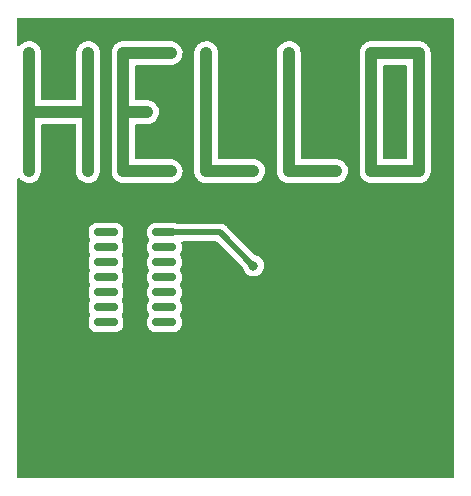
<source format=gbr>
%TF.GenerationSoftware,KiCad,Pcbnew,7.0.5+dfsg-2*%
%TF.CreationDate,2023-06-29T11:13:59+01:00*%
%TF.ProjectId,test_gerbers,74657374-5f67-4657-9262-6572732e6b69,rev?*%
%TF.SameCoordinates,Original*%
%TF.FileFunction,Copper,L1,Top*%
%TF.FilePolarity,Positive*%
%FSLAX46Y46*%
G04 Gerber Fmt 4.6, Leading zero omitted, Abs format (unit mm)*
G04 Created by KiCad (PCBNEW 7.0.5+dfsg-2) date 2023-06-29 11:13:59*
%MOMM*%
%LPD*%
G01*
G04 APERTURE LIST*
G04 Aperture macros list*
%AMRoundRect*
0 Rectangle with rounded corners*
0 $1 Rounding radius*
0 $2 $3 $4 $5 $6 $7 $8 $9 X,Y pos of 4 corners*
0 Add a 4 corners polygon primitive as box body*
4,1,4,$2,$3,$4,$5,$6,$7,$8,$9,$2,$3,0*
0 Add four circle primitives for the rounded corners*
1,1,$1+$1,$2,$3*
1,1,$1+$1,$4,$5*
1,1,$1+$1,$6,$7*
1,1,$1+$1,$8,$9*
0 Add four rect primitives between the rounded corners*
20,1,$1+$1,$2,$3,$4,$5,0*
20,1,$1+$1,$4,$5,$6,$7,0*
20,1,$1+$1,$6,$7,$8,$9,0*
20,1,$1+$1,$8,$9,$2,$3,0*%
G04 Aperture macros list end*
%TA.AperFunction,SMDPad,CuDef*%
%ADD10RoundRect,0.150000X-0.825000X-0.150000X0.825000X-0.150000X0.825000X0.150000X-0.825000X0.150000X0*%
%TD*%
%TA.AperFunction,ViaPad*%
%ADD11C,0.800000*%
%TD*%
%TA.AperFunction,Conductor*%
%ADD12C,0.500000*%
%TD*%
%TA.AperFunction,Conductor*%
%ADD13C,1.000000*%
%TD*%
G04 APERTURE END LIST*
D10*
%TO.P,U1,1*%
%TO.N,N/C*%
X111525000Y-70190000D03*
%TO.P,U1,2*%
X111525000Y-71460000D03*
%TO.P,U1,3*%
X111525000Y-72730000D03*
%TO.P,U1,4*%
X111525000Y-74000000D03*
%TO.P,U1,5*%
X111525000Y-75270000D03*
%TO.P,U1,6*%
X111525000Y-76540000D03*
%TO.P,U1,7*%
X111525000Y-77810000D03*
%TO.P,U1,8*%
X116475000Y-77810000D03*
%TO.P,U1,9*%
X116475000Y-76540000D03*
%TO.P,U1,10*%
X116475000Y-75270000D03*
%TO.P,U1,11*%
X116475000Y-74000000D03*
%TO.P,U1,12*%
X116475000Y-72730000D03*
%TO.P,U1,13*%
X116475000Y-71460000D03*
%TO.P,U1,14*%
X116475000Y-70190000D03*
%TD*%
D11*
%TO.N,*%
X124000000Y-73000000D03*
%TD*%
D12*
%TO.N,*%
X121190000Y-70190000D02*
X124000000Y-73000000D01*
X116475000Y-70190000D02*
X121190000Y-70190000D01*
D13*
X138000000Y-55000000D02*
X134000000Y-55000000D01*
X138000000Y-65000000D02*
X138000000Y-60000000D01*
X138000000Y-60000000D02*
X138000000Y-55000000D01*
X134000000Y-65000000D02*
X138000000Y-65000000D01*
X134000000Y-55000000D02*
X134000000Y-60000000D01*
X134000000Y-60000000D02*
X134000000Y-65000000D01*
X127000000Y-65000000D02*
X131000000Y-65000000D01*
X127000000Y-55000000D02*
X127000000Y-60000000D01*
X127000000Y-60000000D02*
X127000000Y-65000000D01*
X120000000Y-65000000D02*
X124000000Y-65000000D01*
X120000000Y-55000000D02*
X120000000Y-60000000D01*
X120000000Y-60000000D02*
X120000000Y-65000000D01*
X113000000Y-60000000D02*
X115000000Y-60000000D01*
X113000000Y-55000000D02*
X113000000Y-60000000D01*
X113000000Y-60000000D02*
X113000000Y-65000000D01*
X113000000Y-55000000D02*
X117000000Y-55000000D01*
X113000000Y-65000000D02*
X117000000Y-65000000D01*
X110000000Y-55000000D02*
X110000000Y-65000000D01*
X105000000Y-65000000D02*
X105000000Y-60000000D01*
X105000000Y-60000000D02*
X105000000Y-55000000D01*
X110000000Y-60000000D02*
X105000000Y-60000000D01*
%TD*%
%TA.AperFunction,NonConductor*%
G36*
X140943039Y-52019685D02*
G01*
X140988794Y-52072489D01*
X141000000Y-52124000D01*
X141000000Y-90876000D01*
X140980315Y-90943039D01*
X140927511Y-90988794D01*
X140876000Y-91000000D01*
X104124000Y-91000000D01*
X104056961Y-90980315D01*
X104011206Y-90927511D01*
X104000000Y-90876000D01*
X104000000Y-78025701D01*
X110049500Y-78025701D01*
X110052401Y-78062567D01*
X110052402Y-78062573D01*
X110098254Y-78220393D01*
X110098255Y-78220396D01*
X110181917Y-78361862D01*
X110181923Y-78361870D01*
X110298129Y-78478076D01*
X110298133Y-78478079D01*
X110298135Y-78478081D01*
X110439602Y-78561744D01*
X110481224Y-78573836D01*
X110597426Y-78607597D01*
X110597429Y-78607597D01*
X110597431Y-78607598D01*
X110634306Y-78610500D01*
X110634314Y-78610500D01*
X112415686Y-78610500D01*
X112415694Y-78610500D01*
X112452569Y-78607598D01*
X112452571Y-78607597D01*
X112452573Y-78607597D01*
X112494191Y-78595505D01*
X112610398Y-78561744D01*
X112751865Y-78478081D01*
X112868081Y-78361865D01*
X112951744Y-78220398D01*
X112997598Y-78062569D01*
X113000499Y-78025701D01*
X114999500Y-78025701D01*
X115002401Y-78062567D01*
X115002402Y-78062573D01*
X115048254Y-78220393D01*
X115048255Y-78220396D01*
X115131917Y-78361862D01*
X115131923Y-78361870D01*
X115248129Y-78478076D01*
X115248133Y-78478079D01*
X115248135Y-78478081D01*
X115389602Y-78561744D01*
X115431224Y-78573836D01*
X115547426Y-78607597D01*
X115547429Y-78607597D01*
X115547431Y-78607598D01*
X115584306Y-78610500D01*
X115584314Y-78610500D01*
X117365686Y-78610500D01*
X117365694Y-78610500D01*
X117402569Y-78607598D01*
X117402571Y-78607597D01*
X117402573Y-78607597D01*
X117444191Y-78595505D01*
X117560398Y-78561744D01*
X117701865Y-78478081D01*
X117818081Y-78361865D01*
X117901744Y-78220398D01*
X117947598Y-78062569D01*
X117950500Y-78025694D01*
X117950500Y-77594306D01*
X117947598Y-77557431D01*
X117901744Y-77399602D01*
X117861382Y-77331353D01*
X117818084Y-77258139D01*
X117813301Y-77251974D01*
X117815745Y-77250077D01*
X117789142Y-77201358D01*
X117794126Y-77131666D01*
X117814932Y-77099291D01*
X117813301Y-77098026D01*
X117818077Y-77091868D01*
X117818081Y-77091865D01*
X117901744Y-76950398D01*
X117947598Y-76792569D01*
X117950500Y-76755694D01*
X117950500Y-76324306D01*
X117947598Y-76287431D01*
X117901744Y-76129602D01*
X117861382Y-76061353D01*
X117818084Y-75988139D01*
X117813301Y-75981974D01*
X117815745Y-75980077D01*
X117789142Y-75931358D01*
X117794126Y-75861666D01*
X117814932Y-75829291D01*
X117813301Y-75828026D01*
X117818077Y-75821868D01*
X117818081Y-75821865D01*
X117901744Y-75680398D01*
X117947598Y-75522569D01*
X117950500Y-75485694D01*
X117950500Y-75054306D01*
X117947598Y-75017431D01*
X117901744Y-74859602D01*
X117861382Y-74791353D01*
X117818084Y-74718139D01*
X117813301Y-74711974D01*
X117815745Y-74710077D01*
X117789142Y-74661358D01*
X117794126Y-74591666D01*
X117814932Y-74559291D01*
X117813301Y-74558026D01*
X117818077Y-74551868D01*
X117818081Y-74551865D01*
X117901744Y-74410398D01*
X117947598Y-74252569D01*
X117950500Y-74215694D01*
X117950500Y-73784306D01*
X117947598Y-73747431D01*
X117901744Y-73589602D01*
X117861382Y-73521353D01*
X117818084Y-73448139D01*
X117813301Y-73441974D01*
X117815745Y-73440077D01*
X117789142Y-73391358D01*
X117794126Y-73321666D01*
X117814932Y-73289291D01*
X117813301Y-73288026D01*
X117818077Y-73281868D01*
X117818081Y-73281865D01*
X117901744Y-73140398D01*
X117947598Y-72982569D01*
X117950500Y-72945694D01*
X117950500Y-72514306D01*
X117947598Y-72477431D01*
X117944795Y-72467784D01*
X117903926Y-72327112D01*
X117901744Y-72319602D01*
X117840385Y-72215849D01*
X117818084Y-72178139D01*
X117813301Y-72171974D01*
X117815745Y-72170077D01*
X117789142Y-72121358D01*
X117794126Y-72051666D01*
X117814932Y-72019291D01*
X117813301Y-72018026D01*
X117818077Y-72011868D01*
X117818081Y-72011865D01*
X117901744Y-71870398D01*
X117947598Y-71712569D01*
X117950500Y-71675694D01*
X117950500Y-71244306D01*
X117947598Y-71207431D01*
X117947597Y-71207426D01*
X117916124Y-71099095D01*
X117916323Y-71029225D01*
X117954265Y-70970555D01*
X118017904Y-70941712D01*
X118035200Y-70940500D01*
X120827770Y-70940500D01*
X120894809Y-70960185D01*
X120915451Y-70976819D01*
X123087228Y-73148595D01*
X123117478Y-73197958D01*
X123172818Y-73368277D01*
X123172821Y-73368284D01*
X123267467Y-73532216D01*
X123394128Y-73672887D01*
X123394129Y-73672888D01*
X123547265Y-73784148D01*
X123547270Y-73784151D01*
X123720192Y-73861142D01*
X123720197Y-73861144D01*
X123905354Y-73900500D01*
X123905355Y-73900500D01*
X124094644Y-73900500D01*
X124094646Y-73900500D01*
X124279803Y-73861144D01*
X124452730Y-73784151D01*
X124605871Y-73672888D01*
X124732533Y-73532216D01*
X124827179Y-73368284D01*
X124885674Y-73188256D01*
X124905460Y-73000000D01*
X124885674Y-72811744D01*
X124827179Y-72631716D01*
X124732533Y-72467784D01*
X124605871Y-72327112D01*
X124595536Y-72319603D01*
X124452734Y-72215851D01*
X124452729Y-72215848D01*
X124279807Y-72138857D01*
X124279803Y-72138856D01*
X124214669Y-72125011D01*
X124153188Y-72091818D01*
X124152770Y-72091402D01*
X121765729Y-69704361D01*
X121753949Y-69690730D01*
X121746482Y-69680701D01*
X121739612Y-69671472D01*
X121699885Y-69638137D01*
X121699587Y-69637886D01*
X121695612Y-69634244D01*
X121692690Y-69631322D01*
X121689779Y-69628410D01*
X121664736Y-69608609D01*
X121663338Y-69607470D01*
X121605214Y-69558698D01*
X121599180Y-69554729D01*
X121599212Y-69554680D01*
X121592853Y-69550628D01*
X121592822Y-69550679D01*
X121586680Y-69546891D01*
X121586678Y-69546890D01*
X121586677Y-69546889D01*
X121517872Y-69514804D01*
X121516252Y-69514019D01*
X121476512Y-69494061D01*
X121448433Y-69479960D01*
X121448431Y-69479959D01*
X121448430Y-69479959D01*
X121441645Y-69477489D01*
X121441665Y-69477433D01*
X121434549Y-69474959D01*
X121434531Y-69475015D01*
X121427674Y-69472743D01*
X121353328Y-69457391D01*
X121351569Y-69457001D01*
X121277718Y-69439499D01*
X121270547Y-69438661D01*
X121270553Y-69438601D01*
X121263055Y-69437835D01*
X121263050Y-69437895D01*
X121255860Y-69437265D01*
X121179968Y-69439474D01*
X121178165Y-69439500D01*
X117582328Y-69439500D01*
X117547733Y-69434576D01*
X117402573Y-69392402D01*
X117402567Y-69392401D01*
X117365701Y-69389500D01*
X117365694Y-69389500D01*
X115584306Y-69389500D01*
X115584298Y-69389500D01*
X115547432Y-69392401D01*
X115547426Y-69392402D01*
X115389606Y-69438254D01*
X115389603Y-69438255D01*
X115248137Y-69521917D01*
X115248129Y-69521923D01*
X115131923Y-69638129D01*
X115131917Y-69638137D01*
X115048255Y-69779603D01*
X115048254Y-69779606D01*
X115002402Y-69937426D01*
X115002401Y-69937432D01*
X114999500Y-69974298D01*
X114999500Y-70405701D01*
X115002401Y-70442567D01*
X115002402Y-70442573D01*
X115048254Y-70600393D01*
X115048255Y-70600396D01*
X115131917Y-70741862D01*
X115136702Y-70748031D01*
X115134256Y-70749927D01*
X115160857Y-70798642D01*
X115155873Y-70868334D01*
X115135069Y-70900703D01*
X115136702Y-70901969D01*
X115131917Y-70908137D01*
X115048255Y-71049603D01*
X115048254Y-71049606D01*
X115002402Y-71207426D01*
X115002401Y-71207432D01*
X114999500Y-71244298D01*
X114999500Y-71675701D01*
X115002401Y-71712567D01*
X115002402Y-71712573D01*
X115048254Y-71870393D01*
X115048255Y-71870396D01*
X115131917Y-72011862D01*
X115136702Y-72018031D01*
X115134256Y-72019927D01*
X115160857Y-72068642D01*
X115155873Y-72138334D01*
X115135069Y-72170703D01*
X115136702Y-72171969D01*
X115131917Y-72178137D01*
X115048255Y-72319603D01*
X115048254Y-72319606D01*
X115002402Y-72477426D01*
X115002401Y-72477432D01*
X114999500Y-72514298D01*
X114999500Y-72945701D01*
X115002401Y-72982567D01*
X115002402Y-72982573D01*
X115048254Y-73140393D01*
X115048255Y-73140396D01*
X115048256Y-73140398D01*
X115076559Y-73188256D01*
X115131917Y-73281862D01*
X115136702Y-73288031D01*
X115134256Y-73289927D01*
X115160857Y-73338642D01*
X115155873Y-73408334D01*
X115135069Y-73440703D01*
X115136702Y-73441969D01*
X115131917Y-73448137D01*
X115048255Y-73589603D01*
X115048254Y-73589606D01*
X115002402Y-73747426D01*
X115002401Y-73747432D01*
X114999500Y-73784298D01*
X114999500Y-74215701D01*
X115002401Y-74252567D01*
X115002402Y-74252573D01*
X115048254Y-74410393D01*
X115048255Y-74410396D01*
X115131917Y-74551862D01*
X115136702Y-74558031D01*
X115134256Y-74559927D01*
X115160857Y-74608642D01*
X115155873Y-74678334D01*
X115135069Y-74710703D01*
X115136702Y-74711969D01*
X115131917Y-74718137D01*
X115048255Y-74859603D01*
X115048254Y-74859606D01*
X115002402Y-75017426D01*
X115002401Y-75017432D01*
X114999500Y-75054298D01*
X114999500Y-75485701D01*
X115002401Y-75522567D01*
X115002402Y-75522573D01*
X115048254Y-75680393D01*
X115048255Y-75680396D01*
X115131917Y-75821862D01*
X115136702Y-75828031D01*
X115134256Y-75829927D01*
X115160857Y-75878642D01*
X115155873Y-75948334D01*
X115135069Y-75980703D01*
X115136702Y-75981969D01*
X115131917Y-75988137D01*
X115048255Y-76129603D01*
X115048254Y-76129606D01*
X115002402Y-76287426D01*
X115002401Y-76287432D01*
X114999500Y-76324298D01*
X114999500Y-76755701D01*
X115002401Y-76792567D01*
X115002402Y-76792573D01*
X115048254Y-76950393D01*
X115048255Y-76950396D01*
X115131917Y-77091862D01*
X115136702Y-77098031D01*
X115134256Y-77099927D01*
X115160857Y-77148642D01*
X115155873Y-77218334D01*
X115135069Y-77250703D01*
X115136702Y-77251969D01*
X115131917Y-77258137D01*
X115048255Y-77399603D01*
X115048254Y-77399606D01*
X115002402Y-77557426D01*
X115002401Y-77557432D01*
X114999500Y-77594298D01*
X114999500Y-78025701D01*
X113000499Y-78025701D01*
X113000500Y-78025694D01*
X113000500Y-77594306D01*
X112997598Y-77557431D01*
X112951744Y-77399602D01*
X112911382Y-77331353D01*
X112868084Y-77258139D01*
X112863301Y-77251974D01*
X112865745Y-77250077D01*
X112839142Y-77201358D01*
X112844126Y-77131666D01*
X112864932Y-77099291D01*
X112863301Y-77098026D01*
X112868077Y-77091868D01*
X112868081Y-77091865D01*
X112951744Y-76950398D01*
X112997598Y-76792569D01*
X113000500Y-76755694D01*
X113000500Y-76324306D01*
X112997598Y-76287431D01*
X112951744Y-76129602D01*
X112911382Y-76061353D01*
X112868084Y-75988139D01*
X112863301Y-75981974D01*
X112865745Y-75980077D01*
X112839142Y-75931358D01*
X112844126Y-75861666D01*
X112864932Y-75829291D01*
X112863301Y-75828026D01*
X112868077Y-75821868D01*
X112868081Y-75821865D01*
X112951744Y-75680398D01*
X112997598Y-75522569D01*
X113000500Y-75485694D01*
X113000500Y-75054306D01*
X112997598Y-75017431D01*
X112951744Y-74859602D01*
X112911382Y-74791353D01*
X112868084Y-74718139D01*
X112863301Y-74711974D01*
X112865745Y-74710077D01*
X112839142Y-74661358D01*
X112844126Y-74591666D01*
X112864932Y-74559291D01*
X112863301Y-74558026D01*
X112868077Y-74551868D01*
X112868081Y-74551865D01*
X112951744Y-74410398D01*
X112997598Y-74252569D01*
X113000500Y-74215694D01*
X113000500Y-73784306D01*
X112997598Y-73747431D01*
X112951744Y-73589602D01*
X112911382Y-73521353D01*
X112868084Y-73448139D01*
X112863301Y-73441974D01*
X112865745Y-73440077D01*
X112839142Y-73391358D01*
X112844126Y-73321666D01*
X112864932Y-73289291D01*
X112863301Y-73288026D01*
X112868077Y-73281868D01*
X112868081Y-73281865D01*
X112951744Y-73140398D01*
X112997598Y-72982569D01*
X113000500Y-72945694D01*
X113000500Y-72514306D01*
X112997598Y-72477431D01*
X112994795Y-72467784D01*
X112953926Y-72327112D01*
X112951744Y-72319602D01*
X112890385Y-72215849D01*
X112868084Y-72178139D01*
X112863301Y-72171974D01*
X112865745Y-72170077D01*
X112839142Y-72121358D01*
X112844126Y-72051666D01*
X112864932Y-72019291D01*
X112863301Y-72018026D01*
X112868077Y-72011868D01*
X112868081Y-72011865D01*
X112951744Y-71870398D01*
X112997598Y-71712569D01*
X113000500Y-71675694D01*
X113000500Y-71244306D01*
X112997598Y-71207431D01*
X112951744Y-71049602D01*
X112898863Y-70960185D01*
X112868084Y-70908139D01*
X112863301Y-70901974D01*
X112865745Y-70900077D01*
X112839142Y-70851358D01*
X112844126Y-70781666D01*
X112864932Y-70749291D01*
X112863301Y-70748026D01*
X112868077Y-70741868D01*
X112868081Y-70741865D01*
X112951744Y-70600398D01*
X112997598Y-70442569D01*
X113000500Y-70405694D01*
X113000500Y-69974306D01*
X112997598Y-69937431D01*
X112951744Y-69779602D01*
X112868081Y-69638135D01*
X112868079Y-69638133D01*
X112868076Y-69638129D01*
X112751870Y-69521923D01*
X112751862Y-69521917D01*
X112642754Y-69457391D01*
X112610398Y-69438256D01*
X112610397Y-69438255D01*
X112610396Y-69438255D01*
X112610393Y-69438254D01*
X112452573Y-69392402D01*
X112452567Y-69392401D01*
X112415701Y-69389500D01*
X112415694Y-69389500D01*
X110634306Y-69389500D01*
X110634298Y-69389500D01*
X110597432Y-69392401D01*
X110597426Y-69392402D01*
X110439606Y-69438254D01*
X110439603Y-69438255D01*
X110298137Y-69521917D01*
X110298129Y-69521923D01*
X110181923Y-69638129D01*
X110181917Y-69638137D01*
X110098255Y-69779603D01*
X110098254Y-69779606D01*
X110052402Y-69937426D01*
X110052401Y-69937432D01*
X110049500Y-69974298D01*
X110049500Y-70405701D01*
X110052401Y-70442567D01*
X110052402Y-70442573D01*
X110098254Y-70600393D01*
X110098255Y-70600396D01*
X110181917Y-70741862D01*
X110186702Y-70748031D01*
X110184256Y-70749927D01*
X110210857Y-70798642D01*
X110205873Y-70868334D01*
X110185069Y-70900703D01*
X110186702Y-70901969D01*
X110181917Y-70908137D01*
X110098255Y-71049603D01*
X110098254Y-71049606D01*
X110052402Y-71207426D01*
X110052401Y-71207432D01*
X110049500Y-71244298D01*
X110049500Y-71675701D01*
X110052401Y-71712567D01*
X110052402Y-71712573D01*
X110098254Y-71870393D01*
X110098255Y-71870396D01*
X110181917Y-72011862D01*
X110186702Y-72018031D01*
X110184256Y-72019927D01*
X110210857Y-72068642D01*
X110205873Y-72138334D01*
X110185069Y-72170703D01*
X110186702Y-72171969D01*
X110181917Y-72178137D01*
X110098255Y-72319603D01*
X110098254Y-72319606D01*
X110052402Y-72477426D01*
X110052401Y-72477432D01*
X110049500Y-72514298D01*
X110049500Y-72945701D01*
X110052401Y-72982567D01*
X110052402Y-72982573D01*
X110098254Y-73140393D01*
X110098255Y-73140396D01*
X110098256Y-73140398D01*
X110126559Y-73188256D01*
X110181917Y-73281862D01*
X110186702Y-73288031D01*
X110184256Y-73289927D01*
X110210857Y-73338642D01*
X110205873Y-73408334D01*
X110185069Y-73440703D01*
X110186702Y-73441969D01*
X110181917Y-73448137D01*
X110098255Y-73589603D01*
X110098254Y-73589606D01*
X110052402Y-73747426D01*
X110052401Y-73747432D01*
X110049500Y-73784298D01*
X110049500Y-74215701D01*
X110052401Y-74252567D01*
X110052402Y-74252573D01*
X110098254Y-74410393D01*
X110098255Y-74410396D01*
X110181917Y-74551862D01*
X110186702Y-74558031D01*
X110184256Y-74559927D01*
X110210857Y-74608642D01*
X110205873Y-74678334D01*
X110185069Y-74710703D01*
X110186702Y-74711969D01*
X110181917Y-74718137D01*
X110098255Y-74859603D01*
X110098254Y-74859606D01*
X110052402Y-75017426D01*
X110052401Y-75017432D01*
X110049500Y-75054298D01*
X110049500Y-75485701D01*
X110052401Y-75522567D01*
X110052402Y-75522573D01*
X110098254Y-75680393D01*
X110098255Y-75680396D01*
X110181917Y-75821862D01*
X110186702Y-75828031D01*
X110184256Y-75829927D01*
X110210857Y-75878642D01*
X110205873Y-75948334D01*
X110185069Y-75980703D01*
X110186702Y-75981969D01*
X110181917Y-75988137D01*
X110098255Y-76129603D01*
X110098254Y-76129606D01*
X110052402Y-76287426D01*
X110052401Y-76287432D01*
X110049500Y-76324298D01*
X110049500Y-76755701D01*
X110052401Y-76792567D01*
X110052402Y-76792573D01*
X110098254Y-76950393D01*
X110098255Y-76950396D01*
X110181917Y-77091862D01*
X110186702Y-77098031D01*
X110184256Y-77099927D01*
X110210857Y-77148642D01*
X110205873Y-77218334D01*
X110185069Y-77250703D01*
X110186702Y-77251969D01*
X110181917Y-77258137D01*
X110098255Y-77399603D01*
X110098254Y-77399606D01*
X110052402Y-77557426D01*
X110052401Y-77557432D01*
X110049500Y-77594298D01*
X110049500Y-78025701D01*
X104000000Y-78025701D01*
X104000000Y-65705937D01*
X104019685Y-65638898D01*
X104072489Y-65593143D01*
X104141647Y-65583199D01*
X104205203Y-65612224D01*
X104218086Y-65625167D01*
X104307132Y-65728893D01*
X104307134Y-65728895D01*
X104468037Y-65853445D01*
X104468038Y-65853445D01*
X104468042Y-65853448D01*
X104650729Y-65943060D01*
X104847715Y-65994063D01*
X105050936Y-66004369D01*
X105252071Y-65973556D01*
X105442887Y-65902886D01*
X105615571Y-65795252D01*
X105763053Y-65655059D01*
X105879295Y-65488049D01*
X105959540Y-65301058D01*
X106000500Y-65101741D01*
X106000500Y-61124500D01*
X106020185Y-61057461D01*
X106072989Y-61011706D01*
X106124500Y-61000500D01*
X108875500Y-61000500D01*
X108942539Y-61020185D01*
X108988294Y-61072989D01*
X108999500Y-61124500D01*
X108999500Y-65050743D01*
X109014925Y-65202439D01*
X109075837Y-65396579D01*
X109075844Y-65396594D01*
X109174589Y-65574499D01*
X109174592Y-65574504D01*
X109307132Y-65728893D01*
X109307134Y-65728895D01*
X109468037Y-65853445D01*
X109468038Y-65853445D01*
X109468042Y-65853448D01*
X109650729Y-65943060D01*
X109847715Y-65994063D01*
X110050936Y-66004369D01*
X110252071Y-65973556D01*
X110442887Y-65902886D01*
X110615571Y-65795252D01*
X110763053Y-65655059D01*
X110879295Y-65488049D01*
X110959540Y-65301058D01*
X111000500Y-65101741D01*
X111000500Y-65050942D01*
X111995631Y-65050942D01*
X112006957Y-65124877D01*
X112007354Y-65127991D01*
X112014925Y-65202437D01*
X112014926Y-65202440D01*
X112019749Y-65217814D01*
X112024003Y-65236147D01*
X112026442Y-65252064D01*
X112026443Y-65252068D01*
X112052427Y-65322232D01*
X112053441Y-65325198D01*
X112075841Y-65396588D01*
X112075842Y-65396589D01*
X112075843Y-65396592D01*
X112083657Y-65410670D01*
X112091517Y-65427777D01*
X112097111Y-65442881D01*
X112097114Y-65442887D01*
X112136694Y-65506390D01*
X112138288Y-65509096D01*
X112174589Y-65574499D01*
X112174592Y-65574503D01*
X112174593Y-65574504D01*
X112185078Y-65586718D01*
X112196222Y-65601894D01*
X112204745Y-65615567D01*
X112204745Y-65615568D01*
X112204748Y-65615571D01*
X112256315Y-65669819D01*
X112258392Y-65672118D01*
X112276203Y-65692865D01*
X112307132Y-65728894D01*
X112307133Y-65728895D01*
X112319869Y-65738753D01*
X112333844Y-65751379D01*
X112344940Y-65763052D01*
X112406340Y-65805789D01*
X112408873Y-65807648D01*
X112430502Y-65824390D01*
X112468042Y-65853448D01*
X112482515Y-65860547D01*
X112498726Y-65870090D01*
X112511951Y-65879295D01*
X112566924Y-65902886D01*
X112580696Y-65908796D01*
X112583547Y-65910105D01*
X112596267Y-65916345D01*
X112650724Y-65943058D01*
X112650726Y-65943058D01*
X112650729Y-65943060D01*
X112666316Y-65947095D01*
X112684128Y-65953182D01*
X112698942Y-65959540D01*
X112772265Y-65974607D01*
X112775260Y-65975302D01*
X112847711Y-65994062D01*
X112847715Y-65994063D01*
X112863807Y-65994879D01*
X112882480Y-65997257D01*
X112891413Y-65999093D01*
X112898258Y-66000500D01*
X112898259Y-66000500D01*
X112973071Y-66000500D01*
X112976211Y-66000580D01*
X113002842Y-66001930D01*
X113050936Y-66004369D01*
X113066856Y-66001930D01*
X113085633Y-66000500D01*
X117050743Y-66000500D01*
X117202439Y-65985074D01*
X117396579Y-65924162D01*
X117396580Y-65924161D01*
X117396588Y-65924159D01*
X117574502Y-65825409D01*
X117728895Y-65692866D01*
X117853448Y-65531958D01*
X117943060Y-65349271D01*
X117994063Y-65152285D01*
X117999202Y-65050942D01*
X118995631Y-65050942D01*
X119006957Y-65124877D01*
X119007354Y-65127991D01*
X119014925Y-65202437D01*
X119014926Y-65202440D01*
X119019749Y-65217814D01*
X119024003Y-65236147D01*
X119026442Y-65252064D01*
X119026443Y-65252068D01*
X119052427Y-65322232D01*
X119053441Y-65325198D01*
X119075841Y-65396588D01*
X119075842Y-65396589D01*
X119075843Y-65396592D01*
X119083657Y-65410670D01*
X119091517Y-65427777D01*
X119097111Y-65442881D01*
X119097114Y-65442887D01*
X119136694Y-65506390D01*
X119138288Y-65509096D01*
X119174589Y-65574499D01*
X119174592Y-65574503D01*
X119174593Y-65574504D01*
X119185078Y-65586718D01*
X119196222Y-65601894D01*
X119204745Y-65615567D01*
X119204745Y-65615568D01*
X119204748Y-65615571D01*
X119256315Y-65669819D01*
X119258392Y-65672118D01*
X119276203Y-65692865D01*
X119307132Y-65728894D01*
X119307133Y-65728895D01*
X119319869Y-65738753D01*
X119333844Y-65751379D01*
X119344940Y-65763052D01*
X119406340Y-65805789D01*
X119408873Y-65807648D01*
X119430502Y-65824390D01*
X119468042Y-65853448D01*
X119482515Y-65860547D01*
X119498726Y-65870090D01*
X119511951Y-65879295D01*
X119566924Y-65902886D01*
X119580696Y-65908796D01*
X119583547Y-65910105D01*
X119596267Y-65916345D01*
X119650724Y-65943058D01*
X119650726Y-65943058D01*
X119650729Y-65943060D01*
X119666316Y-65947095D01*
X119684128Y-65953182D01*
X119698942Y-65959540D01*
X119772265Y-65974607D01*
X119775260Y-65975302D01*
X119847711Y-65994062D01*
X119847715Y-65994063D01*
X119863807Y-65994879D01*
X119882480Y-65997257D01*
X119891413Y-65999093D01*
X119898258Y-66000500D01*
X119898259Y-66000500D01*
X119973071Y-66000500D01*
X119976211Y-66000580D01*
X120002842Y-66001930D01*
X120050936Y-66004369D01*
X120066856Y-66001930D01*
X120085633Y-66000500D01*
X124050743Y-66000500D01*
X124202439Y-65985074D01*
X124396579Y-65924162D01*
X124396580Y-65924161D01*
X124396588Y-65924159D01*
X124574502Y-65825409D01*
X124728895Y-65692866D01*
X124853448Y-65531958D01*
X124943060Y-65349271D01*
X124994063Y-65152285D01*
X124999202Y-65050942D01*
X125995631Y-65050942D01*
X126006957Y-65124877D01*
X126007354Y-65127991D01*
X126014925Y-65202437D01*
X126014926Y-65202440D01*
X126019749Y-65217814D01*
X126024003Y-65236147D01*
X126026442Y-65252064D01*
X126026443Y-65252068D01*
X126052427Y-65322232D01*
X126053441Y-65325198D01*
X126075841Y-65396588D01*
X126075842Y-65396589D01*
X126075843Y-65396592D01*
X126083657Y-65410670D01*
X126091517Y-65427777D01*
X126097111Y-65442881D01*
X126097114Y-65442887D01*
X126136694Y-65506390D01*
X126138288Y-65509096D01*
X126174589Y-65574499D01*
X126174592Y-65574503D01*
X126174593Y-65574504D01*
X126185078Y-65586718D01*
X126196222Y-65601894D01*
X126204745Y-65615567D01*
X126204745Y-65615568D01*
X126204748Y-65615571D01*
X126256315Y-65669819D01*
X126258392Y-65672118D01*
X126276203Y-65692865D01*
X126307132Y-65728894D01*
X126307133Y-65728895D01*
X126319869Y-65738753D01*
X126333844Y-65751379D01*
X126344940Y-65763052D01*
X126406340Y-65805789D01*
X126408873Y-65807648D01*
X126430502Y-65824390D01*
X126468042Y-65853448D01*
X126482515Y-65860547D01*
X126498726Y-65870090D01*
X126511951Y-65879295D01*
X126566924Y-65902886D01*
X126580696Y-65908796D01*
X126583547Y-65910105D01*
X126596267Y-65916345D01*
X126650724Y-65943058D01*
X126650726Y-65943058D01*
X126650729Y-65943060D01*
X126666316Y-65947095D01*
X126684128Y-65953182D01*
X126698942Y-65959540D01*
X126772265Y-65974607D01*
X126775260Y-65975302D01*
X126847711Y-65994062D01*
X126847715Y-65994063D01*
X126863807Y-65994879D01*
X126882480Y-65997257D01*
X126891413Y-65999093D01*
X126898258Y-66000500D01*
X126898259Y-66000500D01*
X126973071Y-66000500D01*
X126976211Y-66000580D01*
X127002842Y-66001930D01*
X127050936Y-66004369D01*
X127066856Y-66001930D01*
X127085633Y-66000500D01*
X131050743Y-66000500D01*
X131202439Y-65985074D01*
X131396579Y-65924162D01*
X131396580Y-65924161D01*
X131396588Y-65924159D01*
X131574502Y-65825409D01*
X131728895Y-65692866D01*
X131853448Y-65531958D01*
X131943060Y-65349271D01*
X131994063Y-65152285D01*
X131999202Y-65050942D01*
X132995631Y-65050942D01*
X133006957Y-65124877D01*
X133007354Y-65127991D01*
X133014925Y-65202437D01*
X133014926Y-65202440D01*
X133019749Y-65217814D01*
X133024003Y-65236147D01*
X133026442Y-65252064D01*
X133026443Y-65252068D01*
X133052427Y-65322232D01*
X133053441Y-65325198D01*
X133075841Y-65396588D01*
X133075842Y-65396589D01*
X133075843Y-65396592D01*
X133083657Y-65410670D01*
X133091517Y-65427777D01*
X133097111Y-65442881D01*
X133097114Y-65442887D01*
X133136694Y-65506390D01*
X133138288Y-65509096D01*
X133174589Y-65574499D01*
X133174592Y-65574503D01*
X133174593Y-65574504D01*
X133185078Y-65586718D01*
X133196222Y-65601894D01*
X133204745Y-65615567D01*
X133204745Y-65615568D01*
X133204748Y-65615571D01*
X133256315Y-65669819D01*
X133258392Y-65672118D01*
X133276203Y-65692865D01*
X133307132Y-65728894D01*
X133307133Y-65728895D01*
X133319869Y-65738753D01*
X133333844Y-65751379D01*
X133344940Y-65763052D01*
X133406340Y-65805789D01*
X133408873Y-65807648D01*
X133430502Y-65824390D01*
X133468042Y-65853448D01*
X133482515Y-65860547D01*
X133498726Y-65870090D01*
X133511951Y-65879295D01*
X133566924Y-65902886D01*
X133580696Y-65908796D01*
X133583547Y-65910105D01*
X133596267Y-65916345D01*
X133650724Y-65943058D01*
X133650726Y-65943058D01*
X133650729Y-65943060D01*
X133666316Y-65947095D01*
X133684128Y-65953182D01*
X133698942Y-65959540D01*
X133772265Y-65974607D01*
X133775260Y-65975302D01*
X133847711Y-65994062D01*
X133847715Y-65994063D01*
X133863807Y-65994879D01*
X133882480Y-65997257D01*
X133891413Y-65999093D01*
X133898258Y-66000500D01*
X133898259Y-66000500D01*
X133973071Y-66000500D01*
X133976211Y-66000580D01*
X134002842Y-66001930D01*
X134050936Y-66004369D01*
X134066856Y-66001930D01*
X134085633Y-66000500D01*
X137973071Y-66000500D01*
X137976211Y-66000580D01*
X138002842Y-66001930D01*
X138050936Y-66004369D01*
X138124895Y-65993038D01*
X138127992Y-65992643D01*
X138202438Y-65985074D01*
X138217811Y-65980250D01*
X138236149Y-65975995D01*
X138240620Y-65975310D01*
X138252071Y-65973556D01*
X138322266Y-65947558D01*
X138325150Y-65946572D01*
X138396588Y-65924159D01*
X138410670Y-65916341D01*
X138427782Y-65908479D01*
X138442887Y-65902886D01*
X138506421Y-65863283D01*
X138509041Y-65861741D01*
X138574502Y-65825409D01*
X138586724Y-65814915D01*
X138601898Y-65803773D01*
X138615571Y-65795252D01*
X138669835Y-65743668D01*
X138672098Y-65741624D01*
X138728895Y-65692866D01*
X138738750Y-65680133D01*
X138751374Y-65666161D01*
X138755810Y-65661942D01*
X138763053Y-65655059D01*
X138805817Y-65593616D01*
X138807600Y-65591186D01*
X138853448Y-65531958D01*
X138860549Y-65517479D01*
X138870092Y-65501269D01*
X138879295Y-65488049D01*
X138908822Y-65419241D01*
X138910085Y-65416493D01*
X138943060Y-65349271D01*
X138947098Y-65333672D01*
X138953191Y-65315851D01*
X138959538Y-65301062D01*
X138959540Y-65301058D01*
X138974607Y-65227730D01*
X138975299Y-65224749D01*
X138994063Y-65152285D01*
X138994879Y-65136193D01*
X138997258Y-65117516D01*
X139000500Y-65101742D01*
X139000500Y-65026928D01*
X139000580Y-65023788D01*
X139002992Y-64976210D01*
X139004369Y-64949064D01*
X139001930Y-64933142D01*
X139000500Y-64914366D01*
X139000500Y-55026928D01*
X139000580Y-55023788D01*
X139002992Y-54976210D01*
X139004369Y-54949064D01*
X138993039Y-54875113D01*
X138992643Y-54871999D01*
X138985074Y-54797563D01*
X138985072Y-54797556D01*
X138980251Y-54782189D01*
X138975994Y-54763849D01*
X138973556Y-54747929D01*
X138947553Y-54677720D01*
X138946565Y-54674825D01*
X138924159Y-54603412D01*
X138916339Y-54589324D01*
X138908482Y-54572225D01*
X138902886Y-54557113D01*
X138863296Y-54493597D01*
X138861725Y-54490929D01*
X138825409Y-54425498D01*
X138814921Y-54413281D01*
X138803773Y-54398100D01*
X138803489Y-54397645D01*
X138795252Y-54384429D01*
X138743701Y-54330197D01*
X138741600Y-54327872D01*
X138692873Y-54271112D01*
X138692868Y-54271108D01*
X138692866Y-54271105D01*
X138680126Y-54261243D01*
X138666155Y-54248620D01*
X138655063Y-54236950D01*
X138593647Y-54194202D01*
X138591116Y-54192343D01*
X138531961Y-54146553D01*
X138531957Y-54146551D01*
X138517496Y-54139458D01*
X138501270Y-54129906D01*
X138488051Y-54120706D01*
X138488049Y-54120705D01*
X138419286Y-54091196D01*
X138416468Y-54089901D01*
X138349271Y-54056940D01*
X138349269Y-54056939D01*
X138333680Y-54052903D01*
X138315864Y-54046813D01*
X138301061Y-54040461D01*
X138301059Y-54040460D01*
X138301058Y-54040460D01*
X138227765Y-54025398D01*
X138224716Y-54024690D01*
X138152281Y-54005936D01*
X138136189Y-54005119D01*
X138117523Y-54002742D01*
X138101743Y-53999500D01*
X138101741Y-53999500D01*
X138026929Y-53999500D01*
X138023789Y-53999420D01*
X137949064Y-53995631D01*
X137949060Y-53995631D01*
X137933143Y-53998070D01*
X137914367Y-53999500D01*
X134026929Y-53999500D01*
X134023789Y-53999420D01*
X133949065Y-53995631D01*
X133949058Y-53995631D01*
X133875124Y-54006957D01*
X133872010Y-54007354D01*
X133797566Y-54014925D01*
X133797557Y-54014927D01*
X133782187Y-54019749D01*
X133763858Y-54024003D01*
X133747929Y-54026444D01*
X133747926Y-54026445D01*
X133677773Y-54052425D01*
X133674802Y-54053441D01*
X133603412Y-54075840D01*
X133589322Y-54083661D01*
X133572220Y-54091518D01*
X133557118Y-54097111D01*
X133557108Y-54097116D01*
X133493626Y-54136685D01*
X133490919Y-54138278D01*
X133425506Y-54174585D01*
X133425499Y-54174590D01*
X133413278Y-54185081D01*
X133398114Y-54196216D01*
X133384430Y-54204746D01*
X133384427Y-54204749D01*
X133330200Y-54256295D01*
X133327870Y-54258400D01*
X133271108Y-54307129D01*
X133271102Y-54307136D01*
X133261243Y-54319872D01*
X133248631Y-54333832D01*
X133236949Y-54344938D01*
X133236948Y-54344939D01*
X133194215Y-54406335D01*
X133192356Y-54408865D01*
X133146550Y-54468043D01*
X133139452Y-54482513D01*
X133129907Y-54498728D01*
X133120706Y-54511948D01*
X133120705Y-54511949D01*
X133091199Y-54580704D01*
X133089888Y-54583556D01*
X133056939Y-54650729D01*
X133056938Y-54650733D01*
X133052901Y-54666324D01*
X133046815Y-54684129D01*
X133040461Y-54698937D01*
X133025399Y-54772225D01*
X133024689Y-54775285D01*
X133005936Y-54847716D01*
X133005119Y-54863811D01*
X133002743Y-54882474D01*
X132999499Y-54898261D01*
X132999499Y-54973071D01*
X132999419Y-54976210D01*
X132995631Y-55050934D01*
X132995631Y-55050936D01*
X132998070Y-55066856D01*
X132999500Y-55085633D01*
X132999500Y-59898259D01*
X132999499Y-64973071D01*
X132999419Y-64976211D01*
X132995631Y-65050933D01*
X132995631Y-65050942D01*
X131999202Y-65050942D01*
X132004369Y-64949064D01*
X131973556Y-64747929D01*
X131902886Y-64557113D01*
X131795252Y-64384429D01*
X131655059Y-64236947D01*
X131556587Y-64168409D01*
X131488050Y-64120705D01*
X131301056Y-64040459D01*
X131101741Y-63999500D01*
X128124500Y-63999500D01*
X128057461Y-63979815D01*
X128011706Y-63927011D01*
X128000500Y-63875500D01*
X128000500Y-54949256D01*
X127985074Y-54797560D01*
X127924162Y-54603420D01*
X127924160Y-54603416D01*
X127924159Y-54603412D01*
X127825409Y-54425498D01*
X127825408Y-54425497D01*
X127825407Y-54425495D01*
X127692867Y-54271106D01*
X127692865Y-54271104D01*
X127531962Y-54146554D01*
X127531959Y-54146553D01*
X127531958Y-54146552D01*
X127349271Y-54056940D01*
X127152285Y-54005937D01*
X127152287Y-54005937D01*
X126997158Y-53998070D01*
X126949064Y-53995631D01*
X126949063Y-53995631D01*
X126949061Y-53995631D01*
X126747936Y-54026442D01*
X126747924Y-54026445D01*
X126557118Y-54097111D01*
X126557111Y-54097115D01*
X126384432Y-54204745D01*
X126384427Y-54204749D01*
X126236949Y-54344938D01*
X126236947Y-54344940D01*
X126236947Y-54344941D01*
X126225774Y-54360994D01*
X126120705Y-54511949D01*
X126040459Y-54698943D01*
X125999500Y-54898258D01*
X125999500Y-64973070D01*
X125999420Y-64976210D01*
X125995631Y-65050935D01*
X125995631Y-65050942D01*
X124999202Y-65050942D01*
X125004369Y-64949064D01*
X124973556Y-64747929D01*
X124902886Y-64557113D01*
X124795252Y-64384429D01*
X124655059Y-64236947D01*
X124556587Y-64168409D01*
X124488050Y-64120705D01*
X124301056Y-64040459D01*
X124101741Y-63999500D01*
X121124500Y-63999500D01*
X121057461Y-63979815D01*
X121011706Y-63927011D01*
X121000500Y-63875500D01*
X121000500Y-54949256D01*
X120985074Y-54797560D01*
X120924162Y-54603420D01*
X120924160Y-54603416D01*
X120924159Y-54603412D01*
X120825409Y-54425498D01*
X120825408Y-54425497D01*
X120825407Y-54425495D01*
X120692867Y-54271106D01*
X120692865Y-54271104D01*
X120531962Y-54146554D01*
X120531959Y-54146553D01*
X120531958Y-54146552D01*
X120349271Y-54056940D01*
X120152285Y-54005937D01*
X120152287Y-54005937D01*
X119997158Y-53998070D01*
X119949064Y-53995631D01*
X119949063Y-53995631D01*
X119949061Y-53995631D01*
X119747936Y-54026442D01*
X119747924Y-54026445D01*
X119557118Y-54097111D01*
X119557111Y-54097115D01*
X119384432Y-54204745D01*
X119384427Y-54204749D01*
X119236949Y-54344938D01*
X119236947Y-54344940D01*
X119236947Y-54344941D01*
X119225774Y-54360994D01*
X119120705Y-54511949D01*
X119040459Y-54698943D01*
X118999500Y-54898258D01*
X118999500Y-64973070D01*
X118999420Y-64976210D01*
X118995631Y-65050935D01*
X118995631Y-65050942D01*
X117999202Y-65050942D01*
X118004369Y-64949064D01*
X117973556Y-64747929D01*
X117902886Y-64557113D01*
X117795252Y-64384429D01*
X117655059Y-64236947D01*
X117556587Y-64168409D01*
X117488050Y-64120705D01*
X117301056Y-64040459D01*
X117101741Y-63999500D01*
X114124500Y-63999500D01*
X114057461Y-63979815D01*
X114011706Y-63927011D01*
X114000500Y-63875500D01*
X114000500Y-61124500D01*
X114020185Y-61057461D01*
X114072989Y-61011706D01*
X114124500Y-61000500D01*
X115050743Y-61000500D01*
X115202439Y-60985074D01*
X115396579Y-60924162D01*
X115396580Y-60924161D01*
X115396588Y-60924159D01*
X115574502Y-60825409D01*
X115728895Y-60692866D01*
X115853448Y-60531958D01*
X115943060Y-60349271D01*
X115994063Y-60152285D01*
X116004369Y-59949064D01*
X115973556Y-59747929D01*
X115902886Y-59557113D01*
X115795252Y-59384429D01*
X115655059Y-59236947D01*
X115556587Y-59168409D01*
X115488050Y-59120705D01*
X115301056Y-59040459D01*
X115101741Y-58999500D01*
X114124500Y-58999500D01*
X114057461Y-58979815D01*
X114011706Y-58927011D01*
X114000500Y-58875500D01*
X114000500Y-56124500D01*
X114020185Y-56057461D01*
X114072989Y-56011706D01*
X114124500Y-56000500D01*
X117050743Y-56000500D01*
X117202439Y-55985074D01*
X117396579Y-55924162D01*
X117396580Y-55924161D01*
X117396588Y-55924159D01*
X117574502Y-55825409D01*
X117728895Y-55692866D01*
X117853448Y-55531958D01*
X117943060Y-55349271D01*
X117994063Y-55152285D01*
X118004369Y-54949064D01*
X117973556Y-54747929D01*
X117911623Y-54580704D01*
X117902888Y-54557118D01*
X117902887Y-54557117D01*
X117902886Y-54557113D01*
X117795252Y-54384429D01*
X117705638Y-54290156D01*
X117655061Y-54236949D01*
X117655060Y-54236948D01*
X117655059Y-54236947D01*
X117556587Y-54168409D01*
X117488050Y-54120705D01*
X117301056Y-54040459D01*
X117101741Y-53999500D01*
X113026929Y-53999500D01*
X113023789Y-53999420D01*
X112949065Y-53995631D01*
X112949058Y-53995631D01*
X112875124Y-54006957D01*
X112872010Y-54007354D01*
X112797566Y-54014925D01*
X112797557Y-54014927D01*
X112782187Y-54019749D01*
X112763858Y-54024003D01*
X112747929Y-54026444D01*
X112747926Y-54026445D01*
X112677773Y-54052425D01*
X112674802Y-54053441D01*
X112603412Y-54075840D01*
X112589322Y-54083661D01*
X112572220Y-54091518D01*
X112557118Y-54097111D01*
X112557108Y-54097116D01*
X112493626Y-54136685D01*
X112490919Y-54138278D01*
X112425506Y-54174585D01*
X112425499Y-54174590D01*
X112413278Y-54185081D01*
X112398114Y-54196216D01*
X112384430Y-54204746D01*
X112384427Y-54204749D01*
X112330200Y-54256295D01*
X112327870Y-54258400D01*
X112271108Y-54307129D01*
X112271102Y-54307136D01*
X112261243Y-54319872D01*
X112248631Y-54333832D01*
X112236949Y-54344938D01*
X112236948Y-54344939D01*
X112194215Y-54406335D01*
X112192356Y-54408865D01*
X112146550Y-54468043D01*
X112139452Y-54482513D01*
X112129907Y-54498728D01*
X112120706Y-54511948D01*
X112120705Y-54511949D01*
X112091199Y-54580704D01*
X112089888Y-54583556D01*
X112056939Y-54650729D01*
X112056938Y-54650733D01*
X112052901Y-54666324D01*
X112046815Y-54684129D01*
X112040461Y-54698937D01*
X112025399Y-54772225D01*
X112024689Y-54775285D01*
X112005936Y-54847716D01*
X112005119Y-54863811D01*
X112002743Y-54882474D01*
X111999500Y-54898260D01*
X111999500Y-54973070D01*
X111999420Y-54976210D01*
X111995631Y-55050935D01*
X111995631Y-55050939D01*
X111998070Y-55066857D01*
X111999500Y-55085633D01*
X111999500Y-59973070D01*
X111999420Y-59976210D01*
X111995631Y-60050935D01*
X111995631Y-60050936D01*
X111998070Y-60066857D01*
X111999500Y-60085633D01*
X111999500Y-64973070D01*
X111999420Y-64976210D01*
X111995631Y-65050935D01*
X111995631Y-65050942D01*
X111000500Y-65050942D01*
X111000500Y-60026928D01*
X111000580Y-60023788D01*
X111002992Y-59976210D01*
X111004369Y-59949064D01*
X111001930Y-59933142D01*
X111000500Y-59914366D01*
X111000500Y-54949256D01*
X110985074Y-54797560D01*
X110924162Y-54603420D01*
X110924160Y-54603416D01*
X110924159Y-54603412D01*
X110825409Y-54425498D01*
X110825408Y-54425497D01*
X110825407Y-54425495D01*
X110692867Y-54271106D01*
X110692865Y-54271104D01*
X110531962Y-54146554D01*
X110531959Y-54146553D01*
X110531958Y-54146552D01*
X110349271Y-54056940D01*
X110152285Y-54005937D01*
X110152287Y-54005937D01*
X109997158Y-53998070D01*
X109949064Y-53995631D01*
X109949063Y-53995631D01*
X109949061Y-53995631D01*
X109747936Y-54026442D01*
X109747924Y-54026445D01*
X109557118Y-54097111D01*
X109557111Y-54097115D01*
X109384432Y-54204745D01*
X109384427Y-54204749D01*
X109236949Y-54344938D01*
X109236947Y-54344940D01*
X109236947Y-54344941D01*
X109225774Y-54360994D01*
X109120705Y-54511949D01*
X109040459Y-54698943D01*
X108999499Y-54898258D01*
X108999500Y-58875500D01*
X108979815Y-58942539D01*
X108927011Y-58988294D01*
X108875500Y-58999500D01*
X106124500Y-58999500D01*
X106057461Y-58979815D01*
X106011706Y-58927011D01*
X106000500Y-58875500D01*
X106000500Y-54949256D01*
X105985074Y-54797560D01*
X105924162Y-54603420D01*
X105924160Y-54603416D01*
X105924159Y-54603412D01*
X105825409Y-54425498D01*
X105825408Y-54425497D01*
X105825407Y-54425495D01*
X105692867Y-54271106D01*
X105692865Y-54271104D01*
X105531962Y-54146554D01*
X105531959Y-54146553D01*
X105531958Y-54146552D01*
X105349271Y-54056940D01*
X105152285Y-54005937D01*
X105152287Y-54005937D01*
X104997158Y-53998070D01*
X104949064Y-53995631D01*
X104949063Y-53995631D01*
X104949061Y-53995631D01*
X104747936Y-54026442D01*
X104747924Y-54026445D01*
X104557118Y-54097111D01*
X104557111Y-54097115D01*
X104384432Y-54204745D01*
X104384427Y-54204749D01*
X104236949Y-54344938D01*
X104236946Y-54344942D01*
X104225774Y-54360994D01*
X104171320Y-54404772D01*
X104101842Y-54412160D01*
X104039399Y-54380813D01*
X104003816Y-54320682D01*
X104000000Y-54290156D01*
X104000000Y-52124000D01*
X104019685Y-52056961D01*
X104072489Y-52011206D01*
X104124000Y-52000000D01*
X140876000Y-52000000D01*
X140943039Y-52019685D01*
G37*
%TD.AperFunction*%
%TA.AperFunction,NonConductor*%
G36*
X136942539Y-56020185D02*
G01*
X136988294Y-56072989D01*
X136999500Y-56124500D01*
X136999500Y-63875500D01*
X136979815Y-63942539D01*
X136927011Y-63988294D01*
X136875500Y-63999500D01*
X135124500Y-63999500D01*
X135057461Y-63979815D01*
X135011706Y-63927011D01*
X135000500Y-63875500D01*
X135000500Y-56124500D01*
X135020185Y-56057461D01*
X135072989Y-56011706D01*
X135124500Y-56000500D01*
X136875500Y-56000500D01*
X136942539Y-56020185D01*
G37*
%TD.AperFunction*%
M02*

</source>
